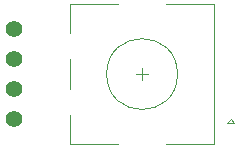
<source format=gbr>
%TF.GenerationSoftware,KiCad,Pcbnew,(6.0.7)*%
%TF.CreationDate,2022-10-13T01:22:27-05:00*%
%TF.ProjectId,Container65PLATE,436f6e74-6169-46e6-9572-3635504c4154,rev?*%
%TF.SameCoordinates,Original*%
%TF.FileFunction,Legend,Top*%
%TF.FilePolarity,Positive*%
%FSLAX46Y46*%
G04 Gerber Fmt 4.6, Leading zero omitted, Abs format (unit mm)*
G04 Created by KiCad (PCBNEW (6.0.7)) date 2022-10-13 01:22:27*
%MOMM*%
%LPD*%
G01*
G04 APERTURE LIST*
%ADD10C,0.120000*%
%ADD11C,1.397000*%
G04 APERTURE END LIST*
D10*
%TO.C,SW1*%
X100262500Y-23468750D02*
X104362500Y-23468750D01*
X106862500Y-29368750D02*
X105862500Y-29368750D01*
X113862500Y-33168750D02*
X114162500Y-33468750D01*
X112462500Y-35268750D02*
X112462500Y-23468750D01*
X100262500Y-25868750D02*
X100262500Y-23468750D01*
X114162500Y-33468750D02*
X113562500Y-33468750D01*
X100262500Y-30668750D02*
X100262500Y-28068750D01*
X106362500Y-29868750D02*
X106362500Y-28868750D01*
X108362500Y-35268750D02*
X112462500Y-35268750D01*
X108362500Y-23468750D02*
X112462500Y-23468750D01*
X113562500Y-33468750D02*
X113862500Y-33168750D01*
X100262500Y-35268750D02*
X100262500Y-32868750D01*
X104362500Y-35268750D02*
X100262500Y-35268750D01*
X109362500Y-29368750D02*
G75*
G03*
X109362500Y-29368750I-3000000J0D01*
G01*
%TD*%
D11*
%TO.C,OL1*%
X95517500Y-33178750D03*
X95517500Y-30638750D03*
X95517500Y-28098750D03*
X95517500Y-25558750D03*
%TD*%
M02*

</source>
